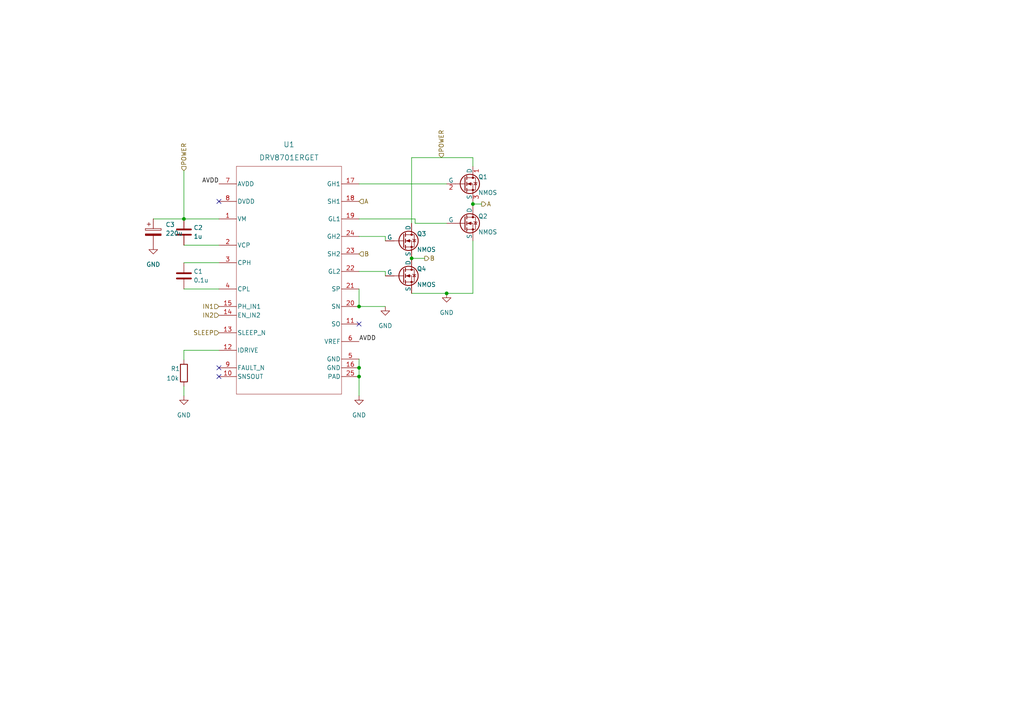
<source format=kicad_sch>
(kicad_sch (version 20230121) (generator eeschema)
  (paper "A4")
  (lib_symbols
    (symbol "DRV8701ERGET:DRV8701ERGET" (pin_names (offset 0.254))
      (property "Reference" "U" (at 0 2.54 0))
      (property "Value" "DRV8701ERGET" (at 0 0 0))
      (symbol "DRV8701ERGET_0_1"
        (polyline (pts (xy -15.24 -33.02) (xy 15.24 -33.02)) (stroke (width 0.1016)))
        (polyline (pts (xy -15.24 33.02) (xy -15.24 -33.02)) (stroke (width 0.1016)))
        (polyline (pts (xy 15.24 -33.02) (xy 15.24 33.02)) (stroke (width 0.1016)))
        (polyline (pts (xy 15.24 33.02) (xy -15.24 33.02)) (stroke (width 0.1016)))
        (pin power_in line (at -20.32 17.78 0) (length 5.08) (name "VM") (number "1"))
        (pin open_collector line (at -20.32 -27.94 0) (length 5.08) (name "SNSOUT") (number "10"))
        (pin output line (at 20.32 -12.7 180) (length 5.08) (name "SO") (number "11"))
        (pin input line (at -20.32 -20.32 0) (length 5.08) (name "IDRIVE") (number "12"))
        (pin input line (at -20.32 -15.24 0) (length 5.08) (name "SLEEP_N") (number "13"))
        (pin input line (at -20.32 -10.16 0) (length 5.08) (name "EN_IN2") (number "14"))
        (pin input line (at -20.32 -7.62 0) (length 5.08) (name "PH_IN1") (number "15"))
        (pin power_in line (at 20.32 -25.4 180) (length 5.08) (name "GND") (number "16"))
        (pin power_in line (at 20.32 27.94 180) (length 5.08) (name "GH1") (number "17"))
        (pin input line (at 20.32 22.86 180) (length 5.08) (name "SH1") (number "18"))
        (pin output line (at 20.32 17.78 180) (length 5.08) (name "GL1") (number "19"))
        (pin power_in line (at -20.32 10.16 0) (length 5.08) (name "VCP") (number "2"))
        (pin input line (at 20.32 -7.62 180) (length 5.08) (name "SN") (number "20"))
        (pin input line (at 20.32 -2.54 180) (length 5.08) (name "SP") (number "21"))
        (pin output line (at 20.32 2.54 180) (length 5.08) (name "GL2") (number "22"))
        (pin input line (at 20.32 7.62 180) (length 5.08) (name "SH2") (number "23"))
        (pin power_in line (at 20.32 12.7 180) (length 5.08) (name "GH2") (number "24"))
        (pin power_in line (at 20.32 -27.94 180) (length 5.08) (name "PAD") (number "25"))
        (pin unspecified line (at -20.32 5.08 0) (length 5.08) (name "CPH") (number "3"))
        (pin unspecified line (at -20.32 -2.54 0) (length 5.08) (name "CPL") (number "4"))
        (pin power_in line (at 20.32 -22.86 180) (length 5.08) (name "GND") (number "5"))
        (pin input line (at 20.32 -17.78 180) (length 5.08) (name "VREF") (number "6"))
        (pin power_in line (at -20.32 27.94 0) (length 5.08) (name "AVDD") (number "7"))
        (pin power_in line (at -20.32 22.86 0) (length 5.08) (name "DVDD") (number "8"))
        (pin open_collector line (at -20.32 -25.4 0) (length 5.08) (name "FAULT_N") (number "9"))
      )
    )
    (symbol "Device:C" (pin_numbers hide) (pin_names (offset 0.254))
      (property "Reference" "C" (at 0.635 2.54 0))
      (property "Value" "C" (at 0.635 -2.54 0))
      (symbol "C_0_1"
        (polyline (pts (xy -2.032 -0.762) (xy 2.032 -0.762)) (stroke (width 0.508)))
        (polyline (pts (xy -2.032 0.762) (xy 2.032 0.762)) (stroke (width 0.508)))
      )
      (symbol "C_1_1"
        (pin passive line (at 0 3.81 270) (length 2.794) (name "~") (number "1"))
        (pin passive line (at 0 -3.81 90) (length 2.794) (name "~") (number "2"))
      )
    )
    (symbol "Device:C_Polarized" (pin_numbers hide) (pin_names (offset 0.254))
      (property "Reference" "C" (at 0.635 2.54 0))
      (property "Value" "C_Polarized" (at 0.635 -2.54 0))
      (symbol "C_Polarized_0_1"
        (rectangle (start -2.286 0.508) (end 2.286 1.016))
        (polyline (pts (xy -1.778 2.286) (xy -0.762 2.286)))
        (polyline (pts (xy -1.27 2.794) (xy -1.27 1.778)))
        (rectangle (start 2.286 -0.508) (end -2.286 -1.016) (fill (type outline)))
      )
      (symbol "C_Polarized_1_1"
        (pin passive line (at 0 3.81 270) (length 2.794) (name "~") (number "1"))
        (pin passive line (at 0 -3.81 90) (length 2.794) (name "~") (number "2"))
      )
    )
    (symbol "Device:R" (pin_numbers hide) (pin_names (offset 0))
      (property "Reference" "R" (at 2.032 0 90))
      (property "Value" "R" (at 0 0 90))
      (symbol "R_0_1"
        (rectangle (start -1.016 -2.54) (end 1.016 2.54) (stroke (width 0.254)))
      )
      (symbol "R_1_1"
        (pin passive line (at 0 3.81 270) (length 1.27) (name "~") (number "1"))
        (pin passive line (at 0 -3.81 90) (length 1.27) (name "~") (number "2"))
      )
    )
    (symbol "NMOS_1" (pin_names (offset 0))
      (property "Reference" "Q" (at 5.08 1.27 0))
      (property "Value" "NMOS" (at 5.08 -1.27 0))
      (symbol "NMOS_1_0_1"
        (polyline (pts (xy 0.254 0) (xy -2.54 0)))
        (polyline (pts (xy 0.254 1.905) (xy 0.254 -1.905)) (stroke (width 0.254)))
        (polyline (pts (xy 0.762 -1.27) (xy 0.762 -2.286)) (stroke (width 0.254)))
        (polyline (pts (xy 0.762 0.508) (xy 0.762 -0.508)) (stroke (width 0.254)))
        (polyline (pts (xy 0.762 2.286) (xy 0.762 1.27)) (stroke (width 0.254)))
        (polyline (pts (xy 2.54 2.54) (xy 2.54 1.778)))
        (polyline (pts (xy 2.54 -2.54) (xy 2.54 0) (xy 0.762 0)))
        (polyline (pts (xy 0.762 -1.778) (xy 3.302 -1.778) (xy 3.302 1.778) (xy 0.762 1.778)))
        (polyline (pts (xy 1.016 0) (xy 2.032 0.381) (xy 2.032 -0.381) (xy 1.016 0)) (fill (type outline)))
        (polyline (pts (xy 2.794 0.508) (xy 2.921 0.381) (xy 3.683 0.381) (xy 3.81 0.254)))
        (polyline (pts (xy 3.302 0.381) (xy 2.921 -0.254) (xy 3.683 -0.254) (xy 3.302 0.381)))
        (circle (center 1.651 0) (radius 2.794) (stroke (width 0.254)))
        (circle (center 2.54 -1.778) (radius 0.254) (fill (type outline)))
        (circle (center 2.54 1.778) (radius 0.254) (fill (type outline)))
      )
      (symbol "NMOS_1_1_1"
        (pin passive line (at 2.54 5.08 270) (length 2.54) (name "D") (number "1"))
        (pin input line (at -5.08 0 0) (length 2.54) (name "G") (number "2"))
        (pin passive line (at 2.54 -5.08 90) (length 2.54) (name "S") (number "3"))
      )
    )
    (symbol "Simulation_SPICE:NMOS" (pin_numbers hide) (pin_names (offset 0))
      (property "Reference" "Q" (at 5.08 1.27 0))
      (property "Value" "NMOS" (at 5.08 -1.27 0))
      (symbol "NMOS_0_1"
        (polyline (pts (xy 0.254 0) (xy -2.54 0)))
        (polyline (pts (xy 0.254 1.905) (xy 0.254 -1.905)) (stroke (width 0.254)))
        (polyline (pts (xy 0.762 -1.27) (xy 0.762 -2.286)) (stroke (width 0.254)))
        (polyline (pts (xy 0.762 0.508) (xy 0.762 -0.508)) (stroke (width 0.254)))
        (polyline (pts (xy 0.762 2.286) (xy 0.762 1.27)) (stroke (width 0.254)))
        (polyline (pts (xy 2.54 2.54) (xy 2.54 1.778)))
        (polyline (pts (xy 2.54 -2.54) (xy 2.54 0) (xy 0.762 0)))
        (polyline (pts (xy 0.762 -1.778) (xy 3.302 -1.778) (xy 3.302 1.778) (xy 0.762 1.778)))
        (polyline (pts (xy 1.016 0) (xy 2.032 0.381) (xy 2.032 -0.381) (xy 1.016 0)) (fill (type outline)))
        (polyline (pts (xy 2.794 0.508) (xy 2.921 0.381) (xy 3.683 0.381) (xy 3.81 0.254)))
        (polyline (pts (xy 3.302 0.381) (xy 2.921 -0.254) (xy 3.683 -0.254) (xy 3.302 0.381)))
        (circle (center 1.651 0) (radius 2.794) (stroke (width 0.254)))
        (circle (center 2.54 -1.778) (radius 0.254) (fill (type outline)))
        (circle (center 2.54 1.778) (radius 0.254) (fill (type outline)))
      )
      (symbol "NMOS_1_1"
        (pin passive line (at 2.54 5.08 270) (length 2.54) (name "D") (number "1"))
        (pin input line (at -5.08 0 0) (length 2.54) (name "G") (number "2"))
        (pin passive line (at 2.54 -5.08 90) (length 2.54) (name "S") (number "3"))
      )
    )
    (symbol "power:GND" (power) (pin_names (offset 0))
      (property "Value" "GND" (at 0 -3.81 0))
      (symbol "GND_0_1"
        (polyline (pts (xy 0 0) (xy 0 -1.27) (xy 1.27 -1.27) (xy 0 -2.54) (xy -1.27 -1.27) (xy 0 -1.27)))
      )
      (symbol "GND_1_1"
        (pin power_in line (at 0 0 270) (length 0) hide (name "GND") (number "1"))
      )
    )
  )
  (junction (at 137.16 59.182))
  (junction (at 104.14 109.22))
  (junction (at 119.38 74.93))
  (junction (at 104.14 106.68))
  (junction (at 53.34 63.5))
  (junction (at 104.14 88.9))
  (junction (at 129.54 85.09))
  (no_connect (at 63.5 109.22))
  (no_connect (at 104.14 93.98))
  (no_connect (at 63.5 58.42))
  (no_connect (at 63.5 106.68))
  (wire (pts (xy 111.76 68.58) (xy 111.76 69.85)))
  (wire (pts (xy 119.38 45.72) (xy 119.38 64.77)))
  (wire (pts (xy 119.38 85.09) (xy 129.54 85.09)))
  (wire (pts (xy 104.14 88.9) (xy 111.76 88.9)))
  (wire (pts (xy 104.14 78.74) (xy 111.76 78.74)))
  (wire (pts (xy 104.14 83.82) (xy 104.14 88.9)))
  (wire (pts (xy 129.54 85.09) (xy 137.16 85.09)))
  (wire (pts (xy 53.34 104.394) (xy 53.34 101.6)))
  (wire (pts (xy 111.76 78.74) (xy 111.76 80.01)))
  (wire (pts (xy 53.34 101.6) (xy 63.5 101.6)))
  (wire (pts (xy 104.14 53.34) (xy 129.54 53.34)))
  (wire (pts (xy 53.34 83.82) (xy 63.5 83.82)))
  (wire (pts (xy 104.14 109.22) (xy 104.14 114.808)))
  (wire (pts (xy 137.16 59.182) (xy 139.7 59.182)))
  (wire (pts (xy 44.45 63.5) (xy 53.34 63.5)))
  (wire (pts (xy 119.38 74.93) (xy 123.19 74.93)))
  (wire (pts (xy 53.34 112.014) (xy 53.34 114.808)))
  (wire (pts (xy 53.34 49.53) (xy 53.34 63.5)))
  (wire (pts (xy 120.396 64.77) (xy 129.54 64.77)))
  (wire (pts (xy 104.14 63.5) (xy 120.396 63.5)))
  (wire (pts (xy 119.38 45.72) (xy 137.16 45.72)))
  (wire (pts (xy 53.34 63.5) (xy 63.5 63.5)))
  (wire (pts (xy 53.34 71.12) (xy 63.5 71.12)))
  (wire (pts (xy 120.396 64.77) (xy 120.396 63.5)))
  (wire (pts (xy 104.14 68.58) (xy 111.76 68.58)))
  (wire (pts (xy 104.14 106.68) (xy 104.14 109.22)))
  (wire (pts (xy 53.34 76.2) (xy 63.5 76.2)))
  (wire (pts (xy 137.16 69.85) (xy 137.16 85.09)))
  (wire (pts (xy 137.16 45.72) (xy 137.16 48.26)))
  (wire (pts (xy 137.16 59.69) (xy 137.16 59.182)))
  (wire (pts (xy 137.16 58.42) (xy 137.16 59.182)))
  (wire (pts (xy 104.14 104.14) (xy 104.14 106.68)))
  (label "AVDD" (at 104.14 99.06 0))
  (label "AVDD" (at 63.5 53.34 180))
  (hierarchical_label "POWER" (shape input) (at 53.34 49.53 90))
  (hierarchical_label "B" (shape output) (at 123.19 74.93 0))
  (hierarchical_label "SLEEP" (shape input) (at 63.5 96.52 180))
  (hierarchical_label "IN1" (shape input) (at 63.5 88.9 180))
  (hierarchical_label "A" (shape output) (at 139.7 59.182 0))
  (hierarchical_label "B" (shape input) (at 104.14 73.66 0))
  (hierarchical_label "POWER" (shape input) (at 128.016 45.72 90))
  (hierarchical_label "IN2" (shape input) (at 63.5 91.44 180))
  (hierarchical_label "A" (shape input) (at 104.14 58.42 0))
  (symbol (lib_id "Simulation_SPICE:NMOS") (at 116.84 80.01 0) (unit 1)
    (property "Reference" "Q4" (at 120.904 77.978 0) (effects (justify left)))
    (property "Value" "NMOS" (at 120.904 82.55 0) (effects (justify left)))
    (property "Footprint" "TPH11006NL:TPH11006NL_SOP Advance_TOS-M" (effects hide))
    (property "Datasheet" "https://toshiba.semicon-storage.com/info/TPH11006NL_datasheet_en_20140225.pdf?did=14165&prodName=TPH11006NL" (effects hide))
    (property "Sim.Device" "NMOS" (effects hide))
    (property "Sim.Type" "VDMOS" (effects hide))
    (property "Sim.Pins" "1=D 2=G 3=S" (effects hide))
    (instances (project "MotorDriver" (path "" (reference "Q4") (unit 1)) (path "" (reference "Q8") (unit 1)) (path "" (reference "Q3") (unit 1))))
  )
  (symbol (lib_id "Simulation_SPICE:NMOS") (at 134.62 64.77 0) (unit 1)
    (property "Reference" "Q2" (at 138.684 62.738 0) (effects (justify left)))
    (property "Value" "NMOS" (at 138.684 67.31 0) (effects (justify left)))
    (property "Footprint" "TPH11006NL:TPH11006NL_SOP Advance_TOS-M" (effects hide))
    (property "Datasheet" "https://toshiba.semicon-storage.com/info/TPH11006NL_datasheet_en_20140225.pdf?did=14165&prodName=TPH11006NL" (effects hide))
    (property "Sim.Device" "NMOS" (effects hide))
    (property "Sim.Type" "VDMOS" (effects hide))
    (property "Sim.Pins" "1=D 2=G 3=S" (effects hide))
    (instances (project "MotorDriver" (path "" (reference "Q2") (unit 1)) (path "" (reference "Q6") (unit 1)) (path "" (reference "Q9") (unit 1))))
  )
  (symbol (lib_id "Device:C") (at 53.34 67.31 0) (unit 1)
    (property "Reference" "C2" (at 56.134 66.04 0) (effects (justify left)))
    (property "Value" "1u" (at 56.134 68.58 0) (effects (justify left)))
    (property "Footprint" "Capacitor_SMD:C_0603_1608Metric" (effects hide))
    (instances (project "MotorDriver" (path "" (reference "C2") (unit 1)) (path "" (reference "C12") (unit 1))))
  )
  (symbol (lib_id "Device:R") (at 53.34 108.204 180) (unit 1)
    (property "Reference" "R1" (at 49.53 106.934 0) (effects (justify right)))
    (property "Value" "10k" (at 48.26 109.728 0) (effects (justify right)))
    (property "Footprint" "Resistor_SMD:R_0603_1608Metric" (effects hide))
    (instances (project "MotorDriver" (path "" (reference "R1") (unit 1)) (path "" (reference "R1") (unit 1)) (path "" (reference "R3") (unit 1))))
  )
  (symbol (lib_id "Device:C_Polarized") (at 44.45 67.31 0) (unit 1)
    (property "Reference" "C3" (at 48.006 65.151 0) (effects (justify left)))
    (property "Value" "220u" (at 48.006 67.691 0) (effects (justify left)))
    (property "Footprint" "Capacitor_SMD:CP_Elec_10x10" (effects hide))
    (instances (project "MotorDriver" (path "" (reference "C3") (unit 1)) (path "" (reference "C11") (unit 1))))
  )
  (symbol (lib_name "NMOS_1") (lib_id "Simulation_SPICE:NMOS") (at 134.62 53.34 0) (unit 1)
    (property "Reference" "Q1" (at 138.684 51.308 0) (effects (justify left)))
    (property "Value" "NMOS" (at 138.684 55.88 0) (effects (justify left)))
    (property "Footprint" "TPH11006NL:TPH11006NL_SOP Advance_TOS-M" (effects hide))
    (property "Datasheet" "https://toshiba.semicon-storage.com/info/TPH11006NL_datasheet_en_20140225.pdf?did=14165&prodName=TPH11006NL" (effects hide))
    (property "Sim.Device" "NMOS" (effects hide))
    (property "Sim.Type" "VDMOS" (effects hide))
    (property "Sim.Pins" "1=D 2=G 3=S" (effects hide))
    (instances (project "MotorDriver" (path "" (reference "Q1") (unit 1)) (path "" (reference "Q5") (unit 1)) (path "" (reference "Q4") (unit 1))))
  )
  (symbol (lib_id "Simulation_SPICE:NMOS") (at 116.84 69.85 0) (unit 1)
    (property "Reference" "Q3" (at 120.904 67.818 0) (effects (justify left)))
    (property "Value" "NMOS" (at 120.904 72.39 0) (effects (justify left)))
    (property "Footprint" "TPH11006NL:TPH11006NL_SOP Advance_TOS-M" (effects hide))
    (property "Datasheet" "https://toshiba.semicon-storage.com/info/TPH11006NL_datasheet_en_20140225.pdf?did=14165&prodName=TPH11006NL" (effects hide))
    (property "Sim.Device" "NMOS" (effects hide))
    (property "Sim.Type" "VDMOS" (effects hide))
    (property "Sim.Pins" "1=D 2=G 3=S" (effects hide))
    (instances (project "MotorDriver" (path "" (reference "Q3") (unit 1)) (path "" (reference "Q7") (unit 1)) (path "" (reference "Q2") (unit 1))))
  )
  (symbol (lib_id "power:GND") (at 129.54 85.09 0) (unit 1)
    (property "Reference" "#PWR03" (effects hide))
    (property "Value" "GND" (at 129.54 90.678 0))
    (instances (project "MotorDriver" (path "" (reference "#PWR03") (unit 1)) (path "" (reference "#PWR028") (unit 1))))
  )
  (symbol (lib_id "power:GND") (at 44.45 71.12 0) (unit 1)
    (property "Reference" "#PWR02" (effects hide))
    (property "Value" "GND" (at 44.45 76.708 0))
    (instances (project "MotorDriver" (path "" (reference "#PWR02") (unit 1)) (path "" (reference "#PWR019") (unit 1))))
  )
  (symbol (lib_id "power:GND") (at 53.34 114.808 0) (unit 1)
    (property "Reference" "#PWR04" (effects hide))
    (property "Value" "GND" (at 53.34 120.396 0))
    (instances (project "MotorDriver" (path "" (reference "#PWR04") (unit 1)) (path "" (reference "#PWR020") (unit 1))))
  )
  (symbol (lib_id "DRV8701ERGET:DRV8701ERGET") (at 83.82 81.28 0) (unit 1)
    (property "Reference" "U1" (at 83.82 41.91 0) (effects (font (size 1.524 1.524))))
    (property "Value" "DRV8701ERGET" (at 83.82 45.72 0) (effects (font (size 1.524 1.524))))
    (property "Footprint" "DRV8701ERGET:DRV8701ERGET_NV" (effects hide))
    (property "Datasheet" "DRV8701ERGET" (effects hide))
    (instances (project "MotorDriver" (path "" (reference "U1") (unit 1)) (path "" (reference "U2") (unit 1))))
  )
  (symbol (lib_id "power:GND") (at 104.14 114.808 0) (unit 1)
    (property "Reference" "#PWR05" (effects hide))
    (property "Value" "GND" (at 104.14 120.396 0))
    (instances (project "MotorDriver" (path "" (reference "#PWR05") (unit 1)) (path "" (reference "#PWR021") (unit 1))))
  )
  (symbol (lib_id "Device:C") (at 53.34 80.01 0) (unit 1)
    (property "Reference" "C1" (at 56.134 78.74 0) (effects (justify left)))
    (property "Value" "0.1u" (at 56.134 81.28 0) (effects (justify left)))
    (property "Footprint" "Capacitor_SMD:C_0603_1608Metric" (effects hide))
    (instances (project "MotorDriver" (path "" (reference "C1") (unit 1)) (path "" (reference "C17") (unit 1))))
  )
  (symbol (lib_id "power:GND") (at 111.76 88.9 0) (unit 1)
    (property "Reference" "#PWR06" (effects hide))
    (property "Value" "GND" (at 111.76 94.488 0))
    (instances (project "MotorDriver" (path "" (reference "#PWR06") (unit 1)) (path "" (reference "#PWR022") (unit 1))))
  )
)
</source>
